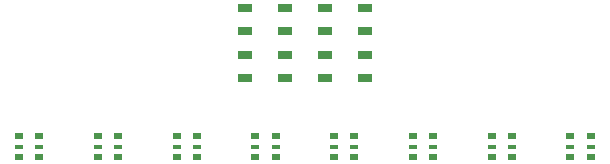
<source format=gtp>
G04 #@! TF.FileFunction,Paste,Top*
%FSLAX46Y46*%
G04 Gerber Fmt 4.6, Leading zero omitted, Abs format (unit mm)*
G04 Created by KiCad (PCBNEW 4.0.6) date Thu Jun 20 17:11:49 2019*
%MOMM*%
%LPD*%
G01*
G04 APERTURE LIST*
%ADD10C,0.100000*%
%ADD11R,0.800000X0.500000*%
%ADD12R,0.800000X0.300000*%
%ADD13R,1.300000X0.700000*%
G04 APERTURE END LIST*
D10*
D11*
X105810000Y-112870000D03*
D12*
X105810000Y-113770000D03*
D11*
X105810000Y-114670000D03*
X107510000Y-114670000D03*
D12*
X107510000Y-113770000D03*
D11*
X107510000Y-112870000D03*
X112480000Y-112870000D03*
D12*
X112480000Y-113770000D03*
D11*
X112480000Y-114670000D03*
X114180000Y-114670000D03*
D12*
X114180000Y-113770000D03*
D11*
X114180000Y-112870000D03*
X119150000Y-112870000D03*
D12*
X119150000Y-113770000D03*
D11*
X119150000Y-114670000D03*
X120850000Y-114670000D03*
D12*
X120850000Y-113770000D03*
D11*
X120850000Y-112870000D03*
X125810000Y-112870000D03*
D12*
X125810000Y-113770000D03*
D11*
X125810000Y-114670000D03*
X127510000Y-114670000D03*
D12*
X127510000Y-113770000D03*
D11*
X127510000Y-112870000D03*
X132480000Y-112870000D03*
D12*
X132480000Y-113770000D03*
D11*
X132480000Y-114670000D03*
X134180000Y-114670000D03*
D12*
X134180000Y-113770000D03*
D11*
X134180000Y-112870000D03*
X139150000Y-112870000D03*
D12*
X139150000Y-113770000D03*
D11*
X139150000Y-114670000D03*
X140850000Y-114670000D03*
D12*
X140850000Y-113770000D03*
D11*
X140850000Y-112870000D03*
X145810000Y-112870000D03*
D12*
X145810000Y-113770000D03*
D11*
X145810000Y-114670000D03*
X147510000Y-114670000D03*
D12*
X147510000Y-113770000D03*
D11*
X147510000Y-112870000D03*
X152480000Y-112870000D03*
D12*
X152480000Y-113770000D03*
D11*
X152480000Y-114670000D03*
X154180000Y-114670000D03*
D12*
X154180000Y-113770000D03*
D11*
X154180000Y-112870000D03*
D13*
X124900000Y-103950000D03*
X124900000Y-102050000D03*
X128300000Y-103950000D03*
X128300000Y-102050000D03*
X131700000Y-103950000D03*
X131700000Y-102050000D03*
X135100000Y-103950000D03*
X135100000Y-102050000D03*
X124900000Y-106050000D03*
X124900000Y-107950000D03*
X128300000Y-106050000D03*
X128300000Y-107950000D03*
X131700000Y-107950000D03*
X131700000Y-106050000D03*
X135100000Y-106050000D03*
X135100000Y-107950000D03*
M02*

</source>
